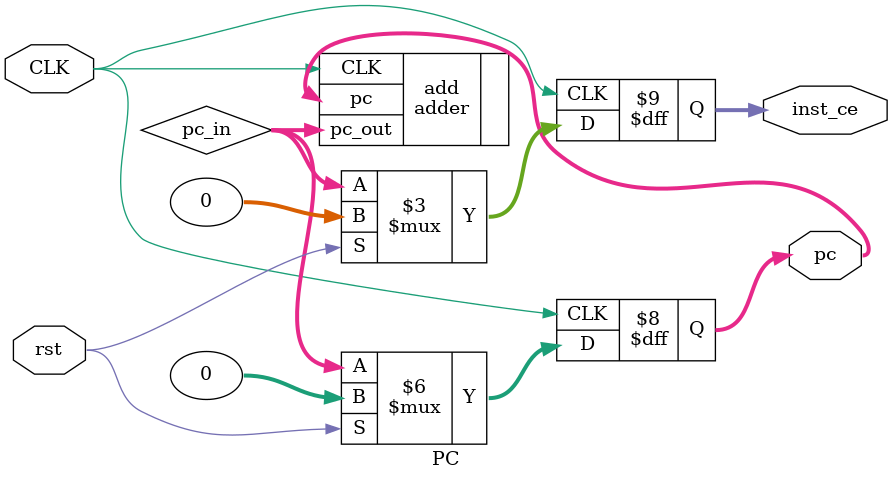
<source format=v>
`timescale 1ns / 1ps


module PC(
    input CLK,
    input rst,
    output reg [31:0]pc,
    output reg [31:0]inst_ce
    );
    wire [31:0] pc_in;
    //assign pc_in = 0;
    adder add(
        .CLK(CLK),
        .pc(pc),
        .pc_out(pc_in));    
        always@(posedge CLK)begin
        if(rst)begin
            pc = 32'b0;
            inst_ce =32'b0;
         end
        else begin
         pc = pc_in;
         inst_ce = pc_in;
        end
   end 
endmodule

</source>
